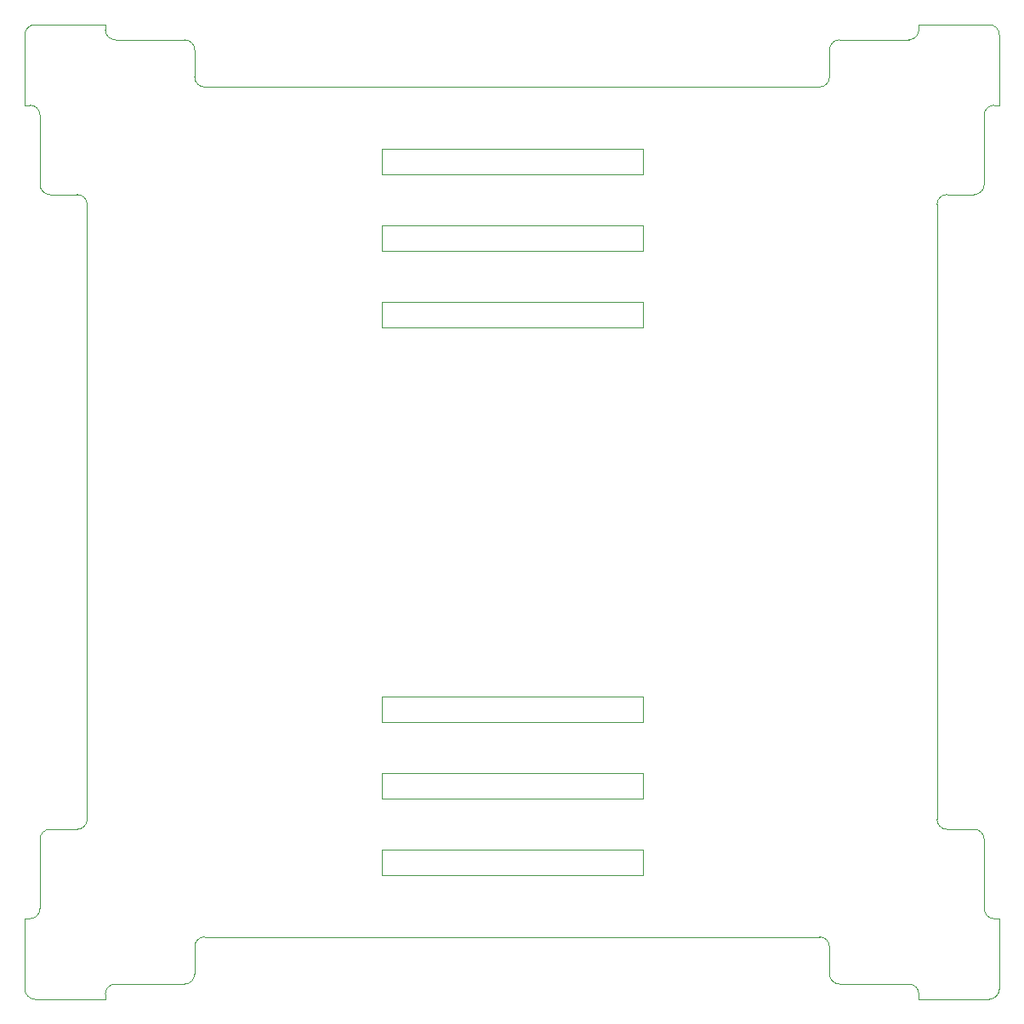
<source format=gm1>
G04 #@! TF.GenerationSoftware,KiCad,Pcbnew,(6.0.5-0)*
G04 #@! TF.CreationDate,2022-12-31T05:29:51-05:00*
G04 #@! TF.ProjectId,antenna-pcb,616e7465-6e6e-4612-9d70-63622e6b6963,rev?*
G04 #@! TF.SameCoordinates,Original*
G04 #@! TF.FileFunction,Profile,NP*
%FSLAX46Y46*%
G04 Gerber Fmt 4.6, Leading zero omitted, Abs format (unit mm)*
G04 Created by KiCad (PCBNEW (6.0.5-0)) date 2022-12-31 05:29:51*
%MOMM*%
%LPD*%
G01*
G04 APERTURE LIST*
G04 #@! TA.AperFunction,Profile*
%ADD10C,0.100000*%
G04 #@! TD*
G04 APERTURE END LIST*
D10*
X75200000Y-130100000D02*
G75*
G03*
X76200000Y-129100000I0J1000000D01*
G01*
X72500000Y-130100000D02*
G75*
G03*
X71500000Y-131100000I0J-1000000D01*
G01*
X161800000Y-66900000D02*
G75*
G03*
X160800000Y-67900000I0J-1000000D01*
G01*
X167000000Y-58000000D02*
X167000000Y-51000000D01*
X167000000Y-58000000D02*
X166500000Y-58000000D01*
X86900000Y-55200000D02*
G75*
G03*
X87900000Y-56200000I1000000J0D01*
G01*
X159000000Y-50000000D02*
X166000000Y-50000000D01*
X165500000Y-138000000D02*
G75*
G03*
X166500000Y-139000000I1000000J0D01*
G01*
X70000000Y-146000000D02*
G75*
G03*
X71000000Y-147000000I1000000J0D01*
G01*
X149100000Y-140800000D02*
X87900000Y-140800000D01*
X166000000Y-147000000D02*
G75*
G03*
X167000000Y-146000000I0J1000000D01*
G01*
X79000000Y-145500000D02*
G75*
G03*
X78000000Y-146500000I0J-1000000D01*
G01*
X105496793Y-132089462D02*
X131496837Y-132089462D01*
X131496837Y-132089462D02*
X131496837Y-134628970D01*
X131496837Y-134628970D02*
X105496793Y-134628970D01*
X105496793Y-134628970D02*
X105496793Y-132089462D01*
X159000000Y-146500000D02*
G75*
G03*
X158000000Y-145500000I-1000000J0D01*
G01*
X70000000Y-139000000D02*
X70000000Y-146000000D01*
X165500000Y-131100000D02*
G75*
G03*
X164500000Y-130100000I-1000000J0D01*
G01*
X70500000Y-58000000D02*
X70000000Y-58000000D01*
X150100000Y-141800000D02*
X150100000Y-144500000D01*
X87900000Y-56200000D02*
X149100000Y-56200000D01*
X71500000Y-65900000D02*
G75*
G03*
X72500000Y-66900000I1000000J0D01*
G01*
X78000000Y-147000000D02*
X71000000Y-147000000D01*
X166000000Y-147000000D02*
X159000000Y-147000000D01*
X166500000Y-139000000D02*
X167000000Y-139000000D01*
X158000000Y-51500000D02*
G75*
G03*
X159000000Y-50500000I0J1000000D01*
G01*
X160800000Y-67900000D02*
X160800000Y-129100000D01*
X85900000Y-145500000D02*
X79000000Y-145500000D01*
X105499978Y-124471193D02*
X131500022Y-124471193D01*
X131500022Y-124471193D02*
X131500022Y-127010701D01*
X131500022Y-127010701D02*
X105499978Y-127010701D01*
X105499978Y-127010701D02*
X105499978Y-124471193D01*
X75200000Y-130100000D02*
X72500000Y-130100000D01*
X165500000Y-59000000D02*
X165500000Y-65900000D01*
X150100000Y-55200000D02*
X150100000Y-52500000D01*
X149100000Y-56200000D02*
G75*
G03*
X150100000Y-55200000I0J1000000D01*
G01*
X86900000Y-141800000D02*
X86900000Y-144500000D01*
X105500000Y-69989778D02*
X131499999Y-69989778D01*
X131499999Y-69989778D02*
X131499999Y-72527384D01*
X131499999Y-72527384D02*
X105500000Y-72527384D01*
X105500000Y-72527384D02*
X105500000Y-69989778D01*
X158000000Y-145500000D02*
X151100000Y-145500000D01*
X87900000Y-140800000D02*
G75*
G03*
X86900000Y-141800000I0J-1000000D01*
G01*
X105499582Y-116850365D02*
X131499626Y-116850365D01*
X131499626Y-116850365D02*
X131499626Y-119389873D01*
X131499626Y-119389873D02*
X105499582Y-119389873D01*
X105499582Y-119389873D02*
X105499582Y-116850365D01*
X75200000Y-66900000D02*
X72500000Y-66900000D01*
X105500000Y-80150000D02*
X131501130Y-80150000D01*
X131501130Y-80150000D02*
X131501130Y-77611303D01*
X131501130Y-77611303D02*
X105500000Y-77611303D01*
X105500000Y-77611303D02*
X105500000Y-80150000D01*
X78000000Y-50500000D02*
G75*
G03*
X79000000Y-51500000I1000000J0D01*
G01*
X161800000Y-130100000D02*
X164500000Y-130100000D01*
X167000000Y-51000000D02*
G75*
G03*
X166000000Y-50000000I-1000000J0D01*
G01*
X79000000Y-51500000D02*
X85900000Y-51500000D01*
X71500000Y-131100000D02*
X71500000Y-138000000D01*
X161800000Y-66900000D02*
X164500000Y-66900000D01*
X159000000Y-50000000D02*
X159000000Y-50500000D01*
X85900000Y-145500000D02*
G75*
G03*
X86900000Y-144500000I0J1000000D01*
G01*
X78000000Y-50500000D02*
X78000000Y-50000000D01*
X70000000Y-139000000D02*
X70500000Y-139000000D01*
X71500000Y-59000000D02*
G75*
G03*
X70500000Y-58000000I-1000000J0D01*
G01*
X160800000Y-129100000D02*
G75*
G03*
X161800000Y-130100000I1000000J0D01*
G01*
X166500000Y-58000000D02*
G75*
G03*
X165500000Y-59000000I0J-1000000D01*
G01*
X76200000Y-129100000D02*
X76200000Y-67900000D01*
X86900000Y-55200000D02*
X86900000Y-52500000D01*
X70000000Y-51000000D02*
X70000000Y-58000000D01*
X158000000Y-51500000D02*
X151100000Y-51500000D01*
X71500000Y-59000000D02*
X71500000Y-65900000D01*
X86900000Y-52500000D02*
G75*
G03*
X85900000Y-51500000I-1000000J0D01*
G01*
X164500000Y-66900000D02*
G75*
G03*
X165500000Y-65900000I0J1000000D01*
G01*
X150100000Y-141800000D02*
G75*
G03*
X149100000Y-140800000I-1000000J0D01*
G01*
X159000000Y-146500000D02*
X159000000Y-147000000D01*
X70500000Y-139000000D02*
G75*
G03*
X71500000Y-138000000I0J1000000D01*
G01*
X150100000Y-144500000D02*
G75*
G03*
X151100000Y-145500000I1000000J0D01*
G01*
X151100000Y-51500000D02*
G75*
G03*
X150100000Y-52500000I0J-1000000D01*
G01*
X165500000Y-131100000D02*
X165500000Y-138000000D01*
X71000000Y-50000000D02*
G75*
G03*
X70000000Y-51000000I0J-1000000D01*
G01*
X105500000Y-62369959D02*
X131500044Y-62369959D01*
X131500044Y-62369959D02*
X131500044Y-64909467D01*
X131500044Y-64909467D02*
X105500000Y-64909467D01*
X105500000Y-64909467D02*
X105500000Y-62369959D01*
X78000000Y-50000000D02*
X71000000Y-50000000D01*
X167000000Y-139000000D02*
X167000000Y-146000000D01*
X76200000Y-67900000D02*
G75*
G03*
X75200000Y-66900000I-1000000J0D01*
G01*
X78000000Y-147000000D02*
X78000000Y-146500000D01*
M02*

</source>
